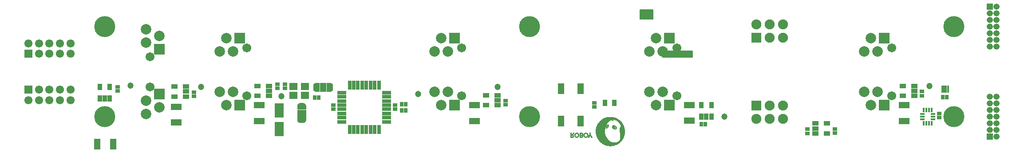
<source format=gbs>
G04 #@! TF.GenerationSoftware,KiCad,Pcbnew,(2018-01-21 revision 6b9866de8)-makepkg*
G04 #@! TF.CreationDate,2018-02-06T18:12:56+01:00*
G04 #@! TF.ProjectId,Arm_interface_panel,41726D5F696E746572666163655F7061,rev?*
G04 #@! TF.SameCoordinates,Original*
G04 #@! TF.FileFunction,Soldermask,Bot*
G04 #@! TF.FilePolarity,Negative*
%FSLAX46Y46*%
G04 Gerber Fmt 4.6, Leading zero omitted, Abs format (unit mm)*
G04 Created by KiCad (PCBNEW (2018-01-21 revision 6b9866de8)-makepkg) date 02/06/18 18:12:56*
%MOMM*%
%LPD*%
G01*
G04 APERTURE LIST*
%ADD10C,0.150000*%
%ADD11C,0.010000*%
%ADD12C,4.003200*%
%ADD13R,0.753200X1.803200*%
%ADD14R,1.803200X0.753200*%
%ADD15C,1.703300*%
%ADD16C,2.003200*%
%ADD17R,2.003200X2.003200*%
%ADD18O,1.903200X1.903200*%
%ADD19R,1.903200X1.903200*%
%ADD20R,0.778200X0.853200*%
%ADD21R,1.603200X1.403200*%
%ADD22R,1.553200X1.553200*%
%ADD23C,1.553200*%
%ADD24R,0.853200X0.778200*%
%ADD25C,1.203200*%
%ADD26O,1.203200X1.203200*%
%ADD27R,1.203200X1.203200*%
%ADD28R,0.873200X1.203200*%
%ADD29R,1.273200X2.003200*%
%ADD30R,1.263200X0.853200*%
%ADD31R,1.803200X2.803200*%
%ADD32R,0.453200X0.878200*%
%ADD33R,0.878200X0.453200*%
%ADD34R,2.003200X1.273200*%
%ADD35R,0.703200X1.703200*%
%ADD36C,0.100000*%
%ADD37R,1.203200X1.703200*%
%ADD38R,1.703200X0.703200*%
%ADD39R,1.703200X1.203200*%
%ADD40R,1.303200X2.003200*%
%ADD41R,0.853200X1.263200*%
%ADD42R,0.403200X0.733200*%
G04 APERTURE END LIST*
D10*
G36*
X172750000Y-85050000D02*
X175150000Y-85050000D01*
X175150000Y-86850000D01*
X172750000Y-86850000D01*
X172750000Y-85050000D01*
G37*
X172750000Y-85050000D02*
X175150000Y-85050000D01*
X175150000Y-86850000D01*
X172750000Y-86850000D01*
X172750000Y-85050000D01*
G36*
X177057300Y-92902800D02*
X177057300Y-94102800D01*
X182707300Y-94102800D01*
X182707300Y-92902800D01*
X177057300Y-92902800D01*
G37*
X177057300Y-92902800D02*
X177057300Y-94102800D01*
X182707300Y-94102800D01*
X182707300Y-92902800D01*
X177057300Y-92902800D01*
D11*
G36*
X160630464Y-109412563D02*
X160653725Y-109411185D01*
X160674737Y-109408500D01*
X160688626Y-109405954D01*
X160752383Y-109388232D01*
X160811523Y-109361922D01*
X160865205Y-109327475D01*
X160911520Y-109286449D01*
X160951121Y-109238391D01*
X160982950Y-109184987D01*
X161007011Y-109127400D01*
X161023308Y-109066793D01*
X161031845Y-109004330D01*
X161032628Y-108941174D01*
X161025661Y-108878489D01*
X161010949Y-108817438D01*
X160988495Y-108759185D01*
X160958306Y-108704894D01*
X160920385Y-108655727D01*
X160908980Y-108643643D01*
X160859844Y-108600790D01*
X160805582Y-108566692D01*
X160746438Y-108541479D01*
X160689158Y-108526477D01*
X160664182Y-108523100D01*
X160632717Y-108520918D01*
X160597634Y-108519924D01*
X160561800Y-108520115D01*
X160528085Y-108521485D01*
X160499356Y-108524030D01*
X160482260Y-108526826D01*
X160418316Y-108545468D01*
X160360699Y-108571844D01*
X160308790Y-108606271D01*
X160280832Y-108630261D01*
X160236314Y-108678128D01*
X160200719Y-108730044D01*
X160173861Y-108786468D01*
X160155551Y-108847858D01*
X160145603Y-108914673D01*
X160143540Y-108965676D01*
X160315136Y-108965676D01*
X160316173Y-108928601D01*
X160319199Y-108894627D01*
X160323827Y-108868565D01*
X160341023Y-108817373D01*
X160365704Y-108772220D01*
X160397281Y-108733740D01*
X160435167Y-108702567D01*
X160478772Y-108679337D01*
X160508631Y-108669144D01*
X160531172Y-108665015D01*
X160560054Y-108662649D01*
X160591882Y-108662034D01*
X160623259Y-108663161D01*
X160650787Y-108666019D01*
X160668027Y-108669625D01*
X160714962Y-108688365D01*
X160756481Y-108715047D01*
X160791577Y-108748817D01*
X160819242Y-108788818D01*
X160827368Y-108804971D01*
X160839325Y-108833082D01*
X160847838Y-108858593D01*
X160853435Y-108884314D01*
X160856642Y-108913056D01*
X160857987Y-108947629D01*
X160858126Y-108968860D01*
X160857838Y-108999932D01*
X160856830Y-109023573D01*
X160854808Y-109042504D01*
X160851474Y-109059445D01*
X160846532Y-109077117D01*
X160846234Y-109078080D01*
X160826006Y-109129814D01*
X160799880Y-109173376D01*
X160767568Y-109209063D01*
X160728785Y-109237173D01*
X160683243Y-109258003D01*
X160668027Y-109262934D01*
X160644652Y-109267581D01*
X160614841Y-109270248D01*
X160582126Y-109270917D01*
X160550040Y-109269570D01*
X160522116Y-109266188D01*
X160510865Y-109263740D01*
X160462975Y-109246140D01*
X160421306Y-109220534D01*
X160385942Y-109187009D01*
X160356965Y-109145656D01*
X160334458Y-109096562D01*
X160323938Y-109062840D01*
X160319020Y-109036062D01*
X160316086Y-109002585D01*
X160315136Y-108965676D01*
X160143540Y-108965676D01*
X160143513Y-108966320D01*
X160147521Y-109037117D01*
X160159691Y-109102116D01*
X160180245Y-109161853D01*
X160209401Y-109216867D01*
X160247380Y-109267695D01*
X160281552Y-109303171D01*
X160306794Y-109325423D01*
X160331097Y-109343070D01*
X160358799Y-109359098D01*
X160374223Y-109366917D01*
X160405806Y-109381810D01*
X160433095Y-109392865D01*
X160458814Y-109400719D01*
X160485690Y-109406009D01*
X160516448Y-109409372D01*
X160553813Y-109411446D01*
X160566706Y-109411912D01*
X160602332Y-109412763D01*
X160630464Y-109412563D01*
X160630464Y-109412563D01*
G37*
X160630464Y-109412563D02*
X160653725Y-109411185D01*
X160674737Y-109408500D01*
X160688626Y-109405954D01*
X160752383Y-109388232D01*
X160811523Y-109361922D01*
X160865205Y-109327475D01*
X160911520Y-109286449D01*
X160951121Y-109238391D01*
X160982950Y-109184987D01*
X161007011Y-109127400D01*
X161023308Y-109066793D01*
X161031845Y-109004330D01*
X161032628Y-108941174D01*
X161025661Y-108878489D01*
X161010949Y-108817438D01*
X160988495Y-108759185D01*
X160958306Y-108704894D01*
X160920385Y-108655727D01*
X160908980Y-108643643D01*
X160859844Y-108600790D01*
X160805582Y-108566692D01*
X160746438Y-108541479D01*
X160689158Y-108526477D01*
X160664182Y-108523100D01*
X160632717Y-108520918D01*
X160597634Y-108519924D01*
X160561800Y-108520115D01*
X160528085Y-108521485D01*
X160499356Y-108524030D01*
X160482260Y-108526826D01*
X160418316Y-108545468D01*
X160360699Y-108571844D01*
X160308790Y-108606271D01*
X160280832Y-108630261D01*
X160236314Y-108678128D01*
X160200719Y-108730044D01*
X160173861Y-108786468D01*
X160155551Y-108847858D01*
X160145603Y-108914673D01*
X160143540Y-108965676D01*
X160315136Y-108965676D01*
X160316173Y-108928601D01*
X160319199Y-108894627D01*
X160323827Y-108868565D01*
X160341023Y-108817373D01*
X160365704Y-108772220D01*
X160397281Y-108733740D01*
X160435167Y-108702567D01*
X160478772Y-108679337D01*
X160508631Y-108669144D01*
X160531172Y-108665015D01*
X160560054Y-108662649D01*
X160591882Y-108662034D01*
X160623259Y-108663161D01*
X160650787Y-108666019D01*
X160668027Y-108669625D01*
X160714962Y-108688365D01*
X160756481Y-108715047D01*
X160791577Y-108748817D01*
X160819242Y-108788818D01*
X160827368Y-108804971D01*
X160839325Y-108833082D01*
X160847838Y-108858593D01*
X160853435Y-108884314D01*
X160856642Y-108913056D01*
X160857987Y-108947629D01*
X160858126Y-108968860D01*
X160857838Y-108999932D01*
X160856830Y-109023573D01*
X160854808Y-109042504D01*
X160851474Y-109059445D01*
X160846532Y-109077117D01*
X160846234Y-109078080D01*
X160826006Y-109129814D01*
X160799880Y-109173376D01*
X160767568Y-109209063D01*
X160728785Y-109237173D01*
X160683243Y-109258003D01*
X160668027Y-109262934D01*
X160644652Y-109267581D01*
X160614841Y-109270248D01*
X160582126Y-109270917D01*
X160550040Y-109269570D01*
X160522116Y-109266188D01*
X160510865Y-109263740D01*
X160462975Y-109246140D01*
X160421306Y-109220534D01*
X160385942Y-109187009D01*
X160356965Y-109145656D01*
X160334458Y-109096562D01*
X160323938Y-109062840D01*
X160319020Y-109036062D01*
X160316086Y-109002585D01*
X160315136Y-108965676D01*
X160143540Y-108965676D01*
X160143513Y-108966320D01*
X160147521Y-109037117D01*
X160159691Y-109102116D01*
X160180245Y-109161853D01*
X160209401Y-109216867D01*
X160247380Y-109267695D01*
X160281552Y-109303171D01*
X160306794Y-109325423D01*
X160331097Y-109343070D01*
X160358799Y-109359098D01*
X160374223Y-109366917D01*
X160405806Y-109381810D01*
X160433095Y-109392865D01*
X160458814Y-109400719D01*
X160485690Y-109406009D01*
X160516448Y-109409372D01*
X160553813Y-109411446D01*
X160566706Y-109411912D01*
X160602332Y-109412763D01*
X160630464Y-109412563D01*
G36*
X162383064Y-109412563D02*
X162406325Y-109411185D01*
X162427337Y-109408500D01*
X162441226Y-109405954D01*
X162504983Y-109388232D01*
X162564123Y-109361922D01*
X162617805Y-109327475D01*
X162664120Y-109286449D01*
X162703721Y-109238391D01*
X162735550Y-109184987D01*
X162759611Y-109127400D01*
X162775908Y-109066793D01*
X162784445Y-109004330D01*
X162785228Y-108941174D01*
X162778261Y-108878489D01*
X162763549Y-108817438D01*
X162741095Y-108759185D01*
X162710906Y-108704894D01*
X162672985Y-108655727D01*
X162661580Y-108643643D01*
X162612444Y-108600790D01*
X162558182Y-108566692D01*
X162499038Y-108541479D01*
X162441758Y-108526477D01*
X162416782Y-108523100D01*
X162385317Y-108520918D01*
X162350234Y-108519924D01*
X162314400Y-108520115D01*
X162280685Y-108521485D01*
X162251956Y-108524030D01*
X162234860Y-108526826D01*
X162170916Y-108545468D01*
X162113299Y-108571844D01*
X162061390Y-108606271D01*
X162033432Y-108630261D01*
X161988914Y-108678128D01*
X161953319Y-108730044D01*
X161926461Y-108786468D01*
X161908151Y-108847858D01*
X161898203Y-108914673D01*
X161896140Y-108965676D01*
X162067736Y-108965676D01*
X162068773Y-108928601D01*
X162071799Y-108894627D01*
X162076427Y-108868565D01*
X162093623Y-108817373D01*
X162118304Y-108772220D01*
X162149881Y-108733740D01*
X162187767Y-108702567D01*
X162231372Y-108679337D01*
X162261231Y-108669144D01*
X162283772Y-108665015D01*
X162312654Y-108662649D01*
X162344482Y-108662034D01*
X162375859Y-108663161D01*
X162403387Y-108666019D01*
X162420627Y-108669625D01*
X162467562Y-108688365D01*
X162509081Y-108715047D01*
X162544177Y-108748817D01*
X162571842Y-108788818D01*
X162579968Y-108804971D01*
X162591925Y-108833082D01*
X162600438Y-108858593D01*
X162606035Y-108884314D01*
X162609242Y-108913056D01*
X162610587Y-108947629D01*
X162610726Y-108968860D01*
X162610438Y-108999932D01*
X162609430Y-109023573D01*
X162607408Y-109042504D01*
X162604074Y-109059445D01*
X162599132Y-109077117D01*
X162598834Y-109078080D01*
X162578606Y-109129814D01*
X162552480Y-109173376D01*
X162520168Y-109209063D01*
X162481385Y-109237173D01*
X162435843Y-109258003D01*
X162420627Y-109262934D01*
X162397252Y-109267581D01*
X162367441Y-109270248D01*
X162334726Y-109270917D01*
X162302640Y-109269570D01*
X162274716Y-109266188D01*
X162263465Y-109263740D01*
X162215575Y-109246140D01*
X162173906Y-109220534D01*
X162138542Y-109187009D01*
X162109565Y-109145656D01*
X162087058Y-109096562D01*
X162076538Y-109062840D01*
X162071620Y-109036062D01*
X162068686Y-109002585D01*
X162067736Y-108965676D01*
X161896140Y-108965676D01*
X161896113Y-108966320D01*
X161900121Y-109037117D01*
X161912291Y-109102116D01*
X161932845Y-109161853D01*
X161962001Y-109216867D01*
X161999980Y-109267695D01*
X162034152Y-109303171D01*
X162059394Y-109325423D01*
X162083697Y-109343070D01*
X162111399Y-109359098D01*
X162126823Y-109366917D01*
X162158406Y-109381810D01*
X162185695Y-109392865D01*
X162211414Y-109400719D01*
X162238290Y-109406009D01*
X162269048Y-109409372D01*
X162306413Y-109411446D01*
X162319306Y-109411912D01*
X162354932Y-109412763D01*
X162383064Y-109412563D01*
X162383064Y-109412563D01*
G37*
X162383064Y-109412563D02*
X162406325Y-109411185D01*
X162427337Y-109408500D01*
X162441226Y-109405954D01*
X162504983Y-109388232D01*
X162564123Y-109361922D01*
X162617805Y-109327475D01*
X162664120Y-109286449D01*
X162703721Y-109238391D01*
X162735550Y-109184987D01*
X162759611Y-109127400D01*
X162775908Y-109066793D01*
X162784445Y-109004330D01*
X162785228Y-108941174D01*
X162778261Y-108878489D01*
X162763549Y-108817438D01*
X162741095Y-108759185D01*
X162710906Y-108704894D01*
X162672985Y-108655727D01*
X162661580Y-108643643D01*
X162612444Y-108600790D01*
X162558182Y-108566692D01*
X162499038Y-108541479D01*
X162441758Y-108526477D01*
X162416782Y-108523100D01*
X162385317Y-108520918D01*
X162350234Y-108519924D01*
X162314400Y-108520115D01*
X162280685Y-108521485D01*
X162251956Y-108524030D01*
X162234860Y-108526826D01*
X162170916Y-108545468D01*
X162113299Y-108571844D01*
X162061390Y-108606271D01*
X162033432Y-108630261D01*
X161988914Y-108678128D01*
X161953319Y-108730044D01*
X161926461Y-108786468D01*
X161908151Y-108847858D01*
X161898203Y-108914673D01*
X161896140Y-108965676D01*
X162067736Y-108965676D01*
X162068773Y-108928601D01*
X162071799Y-108894627D01*
X162076427Y-108868565D01*
X162093623Y-108817373D01*
X162118304Y-108772220D01*
X162149881Y-108733740D01*
X162187767Y-108702567D01*
X162231372Y-108679337D01*
X162261231Y-108669144D01*
X162283772Y-108665015D01*
X162312654Y-108662649D01*
X162344482Y-108662034D01*
X162375859Y-108663161D01*
X162403387Y-108666019D01*
X162420627Y-108669625D01*
X162467562Y-108688365D01*
X162509081Y-108715047D01*
X162544177Y-108748817D01*
X162571842Y-108788818D01*
X162579968Y-108804971D01*
X162591925Y-108833082D01*
X162600438Y-108858593D01*
X162606035Y-108884314D01*
X162609242Y-108913056D01*
X162610587Y-108947629D01*
X162610726Y-108968860D01*
X162610438Y-108999932D01*
X162609430Y-109023573D01*
X162607408Y-109042504D01*
X162604074Y-109059445D01*
X162599132Y-109077117D01*
X162598834Y-109078080D01*
X162578606Y-109129814D01*
X162552480Y-109173376D01*
X162520168Y-109209063D01*
X162481385Y-109237173D01*
X162435843Y-109258003D01*
X162420627Y-109262934D01*
X162397252Y-109267581D01*
X162367441Y-109270248D01*
X162334726Y-109270917D01*
X162302640Y-109269570D01*
X162274716Y-109266188D01*
X162263465Y-109263740D01*
X162215575Y-109246140D01*
X162173906Y-109220534D01*
X162138542Y-109187009D01*
X162109565Y-109145656D01*
X162087058Y-109096562D01*
X162076538Y-109062840D01*
X162071620Y-109036062D01*
X162068686Y-109002585D01*
X162067736Y-108965676D01*
X161896140Y-108965676D01*
X161896113Y-108966320D01*
X161900121Y-109037117D01*
X161912291Y-109102116D01*
X161932845Y-109161853D01*
X161962001Y-109216867D01*
X161999980Y-109267695D01*
X162034152Y-109303171D01*
X162059394Y-109325423D01*
X162083697Y-109343070D01*
X162111399Y-109359098D01*
X162126823Y-109366917D01*
X162158406Y-109381810D01*
X162185695Y-109392865D01*
X162211414Y-109400719D01*
X162238290Y-109406009D01*
X162269048Y-109409372D01*
X162306413Y-109411446D01*
X162319306Y-109411912D01*
X162354932Y-109412763D01*
X162383064Y-109412563D01*
G36*
X159625010Y-109401857D02*
X159677775Y-109401239D01*
X159721596Y-109400540D01*
X159757687Y-109399605D01*
X159787263Y-109398278D01*
X159811539Y-109396400D01*
X159831730Y-109393817D01*
X159849050Y-109390371D01*
X159864716Y-109385906D01*
X159879941Y-109380266D01*
X159895941Y-109373294D01*
X159913930Y-109364834D01*
X159914471Y-109364575D01*
X159955157Y-109339873D01*
X159988389Y-109308376D01*
X160013858Y-109270513D01*
X160031251Y-109226716D01*
X160038412Y-109193051D01*
X160041333Y-109140623D01*
X160034847Y-109090612D01*
X160019460Y-109043943D01*
X159995676Y-109001544D01*
X159964001Y-108964341D01*
X159924941Y-108933258D01*
X159884897Y-108911721D01*
X159856494Y-108899314D01*
X159878084Y-108878207D01*
X159884224Y-108870906D01*
X159895045Y-108856663D01*
X159909792Y-108836561D01*
X159927715Y-108811680D01*
X159948058Y-108783103D01*
X159970070Y-108751913D01*
X159992998Y-108719190D01*
X160016089Y-108686016D01*
X160038589Y-108653475D01*
X160059746Y-108622647D01*
X160078807Y-108594614D01*
X160095018Y-108570459D01*
X160107628Y-108551264D01*
X160115883Y-108538110D01*
X160119030Y-108532079D01*
X160119040Y-108531970D01*
X160114289Y-108530554D01*
X160101325Y-108529624D01*
X160082082Y-108529142D01*
X160058495Y-108529073D01*
X160032497Y-108529380D01*
X160006021Y-108530026D01*
X159981003Y-108530976D01*
X159959375Y-108532193D01*
X159943072Y-108533640D01*
X159934028Y-108535282D01*
X159933590Y-108535458D01*
X159926686Y-108541596D01*
X159914800Y-108556014D01*
X159897891Y-108578772D01*
X159875919Y-108609928D01*
X159848842Y-108649542D01*
X159816619Y-108697672D01*
X159779211Y-108754377D01*
X159739466Y-108815267D01*
X159727320Y-108832657D01*
X159715543Y-108847352D01*
X159706369Y-108856598D01*
X159705155Y-108857479D01*
X159692920Y-108862085D01*
X159672516Y-108865844D01*
X159647030Y-108868314D01*
X159600880Y-108871304D01*
X159600880Y-108529440D01*
X159433240Y-108529440D01*
X159433240Y-108985555D01*
X159600880Y-108985555D01*
X159678350Y-108987758D01*
X159710242Y-108988879D01*
X159734204Y-108990352D01*
X159752466Y-108992466D01*
X159767257Y-108995509D01*
X159780809Y-108999771D01*
X159785826Y-109001664D01*
X159819667Y-109019617D01*
X159845596Y-109043909D01*
X159863500Y-109074364D01*
X159873265Y-109110809D01*
X159875200Y-109139035D01*
X159870620Y-109175591D01*
X159857394Y-109207482D01*
X159836293Y-109233750D01*
X159808088Y-109253434D01*
X159773551Y-109265576D01*
X159773472Y-109265593D01*
X159758859Y-109267854D01*
X159736815Y-109270187D01*
X159710063Y-109272352D01*
X159681328Y-109274104D01*
X159674329Y-109274441D01*
X159600880Y-109277778D01*
X159600880Y-108985555D01*
X159433240Y-108985555D01*
X159433240Y-109403955D01*
X159625010Y-109401857D01*
X159625010Y-109401857D01*
G37*
X159625010Y-109401857D02*
X159677775Y-109401239D01*
X159721596Y-109400540D01*
X159757687Y-109399605D01*
X159787263Y-109398278D01*
X159811539Y-109396400D01*
X159831730Y-109393817D01*
X159849050Y-109390371D01*
X159864716Y-109385906D01*
X159879941Y-109380266D01*
X159895941Y-109373294D01*
X159913930Y-109364834D01*
X159914471Y-109364575D01*
X159955157Y-109339873D01*
X159988389Y-109308376D01*
X160013858Y-109270513D01*
X160031251Y-109226716D01*
X160038412Y-109193051D01*
X160041333Y-109140623D01*
X160034847Y-109090612D01*
X160019460Y-109043943D01*
X159995676Y-109001544D01*
X159964001Y-108964341D01*
X159924941Y-108933258D01*
X159884897Y-108911721D01*
X159856494Y-108899314D01*
X159878084Y-108878207D01*
X159884224Y-108870906D01*
X159895045Y-108856663D01*
X159909792Y-108836561D01*
X159927715Y-108811680D01*
X159948058Y-108783103D01*
X159970070Y-108751913D01*
X159992998Y-108719190D01*
X160016089Y-108686016D01*
X160038589Y-108653475D01*
X160059746Y-108622647D01*
X160078807Y-108594614D01*
X160095018Y-108570459D01*
X160107628Y-108551264D01*
X160115883Y-108538110D01*
X160119030Y-108532079D01*
X160119040Y-108531970D01*
X160114289Y-108530554D01*
X160101325Y-108529624D01*
X160082082Y-108529142D01*
X160058495Y-108529073D01*
X160032497Y-108529380D01*
X160006021Y-108530026D01*
X159981003Y-108530976D01*
X159959375Y-108532193D01*
X159943072Y-108533640D01*
X159934028Y-108535282D01*
X159933590Y-108535458D01*
X159926686Y-108541596D01*
X159914800Y-108556014D01*
X159897891Y-108578772D01*
X159875919Y-108609928D01*
X159848842Y-108649542D01*
X159816619Y-108697672D01*
X159779211Y-108754377D01*
X159739466Y-108815267D01*
X159727320Y-108832657D01*
X159715543Y-108847352D01*
X159706369Y-108856598D01*
X159705155Y-108857479D01*
X159692920Y-108862085D01*
X159672516Y-108865844D01*
X159647030Y-108868314D01*
X159600880Y-108871304D01*
X159600880Y-108529440D01*
X159433240Y-108529440D01*
X159433240Y-108985555D01*
X159600880Y-108985555D01*
X159678350Y-108987758D01*
X159710242Y-108988879D01*
X159734204Y-108990352D01*
X159752466Y-108992466D01*
X159767257Y-108995509D01*
X159780809Y-108999771D01*
X159785826Y-109001664D01*
X159819667Y-109019617D01*
X159845596Y-109043909D01*
X159863500Y-109074364D01*
X159873265Y-109110809D01*
X159875200Y-109139035D01*
X159870620Y-109175591D01*
X159857394Y-109207482D01*
X159836293Y-109233750D01*
X159808088Y-109253434D01*
X159773551Y-109265576D01*
X159773472Y-109265593D01*
X159758859Y-109267854D01*
X159736815Y-109270187D01*
X159710063Y-109272352D01*
X159681328Y-109274104D01*
X159674329Y-109274441D01*
X159600880Y-109277778D01*
X159600880Y-108985555D01*
X159433240Y-108985555D01*
X159433240Y-109403955D01*
X159625010Y-109401857D01*
G36*
X161364910Y-109401961D02*
X161416831Y-109401481D01*
X161459682Y-109401005D01*
X161494554Y-109400475D01*
X161522535Y-109399832D01*
X161544716Y-109399017D01*
X161562187Y-109397971D01*
X161576037Y-109396636D01*
X161587357Y-109394952D01*
X161597237Y-109392861D01*
X161606766Y-109390304D01*
X161612543Y-109388589D01*
X161661002Y-109370059D01*
X161701664Y-109346278D01*
X161734075Y-109317595D01*
X161757776Y-109284355D01*
X161762593Y-109274709D01*
X161775381Y-109237069D01*
X161781614Y-109196201D01*
X161781315Y-109154865D01*
X161774505Y-109115822D01*
X161761206Y-109081832D01*
X161761071Y-109081583D01*
X161742348Y-109055041D01*
X161716593Y-109029440D01*
X161686778Y-109007468D01*
X161667088Y-108996623D01*
X161651574Y-108989066D01*
X161644222Y-108984549D01*
X161643967Y-108981857D01*
X161649746Y-108979777D01*
X161651848Y-108979250D01*
X161679196Y-108969781D01*
X161708473Y-108955172D01*
X161735970Y-108937586D01*
X161757975Y-108919181D01*
X161761619Y-108915337D01*
X161781909Y-108888731D01*
X161795432Y-108860534D01*
X161803041Y-108828245D01*
X161805589Y-108789364D01*
X161805600Y-108786243D01*
X161801482Y-108734504D01*
X161789055Y-108688427D01*
X161768203Y-108647858D01*
X161738811Y-108612647D01*
X161700767Y-108582640D01*
X161653955Y-108557688D01*
X161624701Y-108546160D01*
X161584620Y-108531993D01*
X161155360Y-108528839D01*
X161155360Y-108910440D01*
X161323000Y-108910440D01*
X161323000Y-108654922D01*
X161425870Y-108657828D01*
X161465108Y-108659150D01*
X161495743Y-108660723D01*
X161519331Y-108662688D01*
X161537427Y-108665192D01*
X161551588Y-108668375D01*
X161556490Y-108669868D01*
X161584643Y-108683343D01*
X161605541Y-108699471D01*
X161624775Y-108724176D01*
X161636750Y-108752938D01*
X161641555Y-108783727D01*
X161639277Y-108814509D01*
X161630002Y-108843252D01*
X161613819Y-108867925D01*
X161597693Y-108882197D01*
X161582135Y-108891416D01*
X161564487Y-108898512D01*
X161543283Y-108903718D01*
X161517056Y-108907268D01*
X161484339Y-108909397D01*
X161443665Y-108910340D01*
X161420992Y-108910440D01*
X161323000Y-108910440D01*
X161155360Y-108910440D01*
X161155360Y-109025682D01*
X161323000Y-109025682D01*
X161413170Y-109028844D01*
X161451489Y-109030620D01*
X161484140Y-109033007D01*
X161509680Y-109035872D01*
X161526665Y-109039082D01*
X161527963Y-109039454D01*
X161561808Y-109053307D01*
X161586908Y-109072054D01*
X161603730Y-109096300D01*
X161612740Y-109126653D01*
X161614650Y-109152150D01*
X161613782Y-109175490D01*
X161610272Y-109193505D01*
X161603149Y-109210894D01*
X161602032Y-109213110D01*
X161590552Y-109230603D01*
X161575157Y-109244804D01*
X161554898Y-109255982D01*
X161528829Y-109264405D01*
X161496003Y-109270342D01*
X161455472Y-109274062D01*
X161406289Y-109275834D01*
X161380150Y-109276069D01*
X161323000Y-109276200D01*
X161323000Y-109025682D01*
X161155360Y-109025682D01*
X161155360Y-109403814D01*
X161364910Y-109401961D01*
X161364910Y-109401961D01*
G37*
X161364910Y-109401961D02*
X161416831Y-109401481D01*
X161459682Y-109401005D01*
X161494554Y-109400475D01*
X161522535Y-109399832D01*
X161544716Y-109399017D01*
X161562187Y-109397971D01*
X161576037Y-109396636D01*
X161587357Y-109394952D01*
X161597237Y-109392861D01*
X161606766Y-109390304D01*
X161612543Y-109388589D01*
X161661002Y-109370059D01*
X161701664Y-109346278D01*
X161734075Y-109317595D01*
X161757776Y-109284355D01*
X161762593Y-109274709D01*
X161775381Y-109237069D01*
X161781614Y-109196201D01*
X161781315Y-109154865D01*
X161774505Y-109115822D01*
X161761206Y-109081832D01*
X161761071Y-109081583D01*
X161742348Y-109055041D01*
X161716593Y-109029440D01*
X161686778Y-109007468D01*
X161667088Y-108996623D01*
X161651574Y-108989066D01*
X161644222Y-108984549D01*
X161643967Y-108981857D01*
X161649746Y-108979777D01*
X161651848Y-108979250D01*
X161679196Y-108969781D01*
X161708473Y-108955172D01*
X161735970Y-108937586D01*
X161757975Y-108919181D01*
X161761619Y-108915337D01*
X161781909Y-108888731D01*
X161795432Y-108860534D01*
X161803041Y-108828245D01*
X161805589Y-108789364D01*
X161805600Y-108786243D01*
X161801482Y-108734504D01*
X161789055Y-108688427D01*
X161768203Y-108647858D01*
X161738811Y-108612647D01*
X161700767Y-108582640D01*
X161653955Y-108557688D01*
X161624701Y-108546160D01*
X161584620Y-108531993D01*
X161155360Y-108528839D01*
X161155360Y-108910440D01*
X161323000Y-108910440D01*
X161323000Y-108654922D01*
X161425870Y-108657828D01*
X161465108Y-108659150D01*
X161495743Y-108660723D01*
X161519331Y-108662688D01*
X161537427Y-108665192D01*
X161551588Y-108668375D01*
X161556490Y-108669868D01*
X161584643Y-108683343D01*
X161605541Y-108699471D01*
X161624775Y-108724176D01*
X161636750Y-108752938D01*
X161641555Y-108783727D01*
X161639277Y-108814509D01*
X161630002Y-108843252D01*
X161613819Y-108867925D01*
X161597693Y-108882197D01*
X161582135Y-108891416D01*
X161564487Y-108898512D01*
X161543283Y-108903718D01*
X161517056Y-108907268D01*
X161484339Y-108909397D01*
X161443665Y-108910340D01*
X161420992Y-108910440D01*
X161323000Y-108910440D01*
X161155360Y-108910440D01*
X161155360Y-109025682D01*
X161323000Y-109025682D01*
X161413170Y-109028844D01*
X161451489Y-109030620D01*
X161484140Y-109033007D01*
X161509680Y-109035872D01*
X161526665Y-109039082D01*
X161527963Y-109039454D01*
X161561808Y-109053307D01*
X161586908Y-109072054D01*
X161603730Y-109096300D01*
X161612740Y-109126653D01*
X161614650Y-109152150D01*
X161613782Y-109175490D01*
X161610272Y-109193505D01*
X161603149Y-109210894D01*
X161602032Y-109213110D01*
X161590552Y-109230603D01*
X161575157Y-109244804D01*
X161554898Y-109255982D01*
X161528829Y-109264405D01*
X161496003Y-109270342D01*
X161455472Y-109274062D01*
X161406289Y-109275834D01*
X161380150Y-109276069D01*
X161323000Y-109276200D01*
X161323000Y-109025682D01*
X161155360Y-109025682D01*
X161155360Y-109403814D01*
X161364910Y-109401961D01*
G36*
X162950155Y-109388988D02*
X162955398Y-109381573D01*
X162964708Y-109366373D01*
X162977427Y-109344596D01*
X162992896Y-109317451D01*
X163010454Y-109286147D01*
X163029444Y-109251890D01*
X163049204Y-109215891D01*
X163069078Y-109179356D01*
X163088404Y-109143495D01*
X163106524Y-109109516D01*
X163122779Y-109078628D01*
X163136508Y-109052037D01*
X163147054Y-109030954D01*
X163153757Y-109016586D01*
X163155037Y-109013462D01*
X163160620Y-109000528D01*
X163165223Y-108992743D01*
X163166599Y-108991720D01*
X163170101Y-108996013D01*
X163176179Y-109007279D01*
X163183532Y-109023101D01*
X163183694Y-109023470D01*
X163191609Y-109040507D01*
X163203101Y-109063697D01*
X163217531Y-109091867D01*
X163234255Y-109123842D01*
X163252632Y-109158449D01*
X163272021Y-109194513D01*
X163291780Y-109230860D01*
X163311269Y-109266315D01*
X163329844Y-109299705D01*
X163346865Y-109329855D01*
X163361691Y-109355591D01*
X163373679Y-109375739D01*
X163382188Y-109389124D01*
X163386368Y-109394439D01*
X163391921Y-109397794D01*
X163399264Y-109400148D01*
X163410032Y-109401629D01*
X163425862Y-109402367D01*
X163448390Y-109402489D01*
X163479253Y-109402124D01*
X163483310Y-109402059D01*
X163568214Y-109400660D01*
X163408267Y-109129311D01*
X163248320Y-108857961D01*
X163248320Y-108529440D01*
X163080680Y-108529440D01*
X163080680Y-108864902D01*
X162923200Y-109131258D01*
X162895170Y-109178711D01*
X162868736Y-109223549D01*
X162844342Y-109265012D01*
X162822433Y-109302341D01*
X162803454Y-109334774D01*
X162787850Y-109361553D01*
X162776064Y-109381917D01*
X162768542Y-109395106D01*
X162765729Y-109400360D01*
X162765720Y-109400407D01*
X162770523Y-109401328D01*
X162783827Y-109402122D01*
X162803975Y-109402733D01*
X162829306Y-109403107D01*
X162851129Y-109403200D01*
X162936539Y-109403200D01*
X162950155Y-109388988D01*
X162950155Y-109388988D01*
G37*
X162950155Y-109388988D02*
X162955398Y-109381573D01*
X162964708Y-109366373D01*
X162977427Y-109344596D01*
X162992896Y-109317451D01*
X163010454Y-109286147D01*
X163029444Y-109251890D01*
X163049204Y-109215891D01*
X163069078Y-109179356D01*
X163088404Y-109143495D01*
X163106524Y-109109516D01*
X163122779Y-109078628D01*
X163136508Y-109052037D01*
X163147054Y-109030954D01*
X163153757Y-109016586D01*
X163155037Y-109013462D01*
X163160620Y-109000528D01*
X163165223Y-108992743D01*
X163166599Y-108991720D01*
X163170101Y-108996013D01*
X163176179Y-109007279D01*
X163183532Y-109023101D01*
X163183694Y-109023470D01*
X163191609Y-109040507D01*
X163203101Y-109063697D01*
X163217531Y-109091867D01*
X163234255Y-109123842D01*
X163252632Y-109158449D01*
X163272021Y-109194513D01*
X163291780Y-109230860D01*
X163311269Y-109266315D01*
X163329844Y-109299705D01*
X163346865Y-109329855D01*
X163361691Y-109355591D01*
X163373679Y-109375739D01*
X163382188Y-109389124D01*
X163386368Y-109394439D01*
X163391921Y-109397794D01*
X163399264Y-109400148D01*
X163410032Y-109401629D01*
X163425862Y-109402367D01*
X163448390Y-109402489D01*
X163479253Y-109402124D01*
X163483310Y-109402059D01*
X163568214Y-109400660D01*
X163408267Y-109129311D01*
X163248320Y-108857961D01*
X163248320Y-108529440D01*
X163080680Y-108529440D01*
X163080680Y-108864902D01*
X162923200Y-109131258D01*
X162895170Y-109178711D01*
X162868736Y-109223549D01*
X162844342Y-109265012D01*
X162822433Y-109302341D01*
X162803454Y-109334774D01*
X162787850Y-109361553D01*
X162776064Y-109381917D01*
X162768542Y-109395106D01*
X162765729Y-109400360D01*
X162765720Y-109400407D01*
X162770523Y-109401328D01*
X162783827Y-109402122D01*
X162803975Y-109402733D01*
X162829306Y-109403107D01*
X162851129Y-109403200D01*
X162936539Y-109403200D01*
X162950155Y-109388988D01*
G36*
X167918423Y-107848223D02*
X167956263Y-107844934D01*
X167976759Y-107841103D01*
X168028390Y-107824126D01*
X168073060Y-107800346D01*
X168110646Y-107770473D01*
X168141024Y-107735219D01*
X168164071Y-107695297D01*
X168179661Y-107651417D01*
X168187672Y-107604292D01*
X168187980Y-107554634D01*
X168180461Y-107503154D01*
X168164990Y-107450564D01*
X168141445Y-107397576D01*
X168109701Y-107344901D01*
X168071669Y-107295602D01*
X168022024Y-107244494D01*
X167967034Y-107199745D01*
X167907863Y-107161858D01*
X167845678Y-107131334D01*
X167781645Y-107108675D01*
X167716929Y-107094383D01*
X167652695Y-107088959D01*
X167598218Y-107091831D01*
X167543393Y-107102893D01*
X167494297Y-107121964D01*
X167451371Y-107148852D01*
X167432887Y-107164667D01*
X167401140Y-107198564D01*
X167378000Y-107233038D01*
X167362118Y-107270680D01*
X167352141Y-107314084D01*
X167350986Y-107321855D01*
X167348426Y-107376245D01*
X167355286Y-107431309D01*
X167370934Y-107486248D01*
X167384275Y-107516525D01*
X167749164Y-107516525D01*
X167751545Y-107494888D01*
X167764506Y-107450696D01*
X167785689Y-107411343D01*
X167814198Y-107377878D01*
X167849137Y-107351347D01*
X167889610Y-107332796D01*
X167890453Y-107332519D01*
X167910411Y-107328540D01*
X167937461Y-107326848D01*
X167955684Y-107327024D01*
X167979938Y-107328429D01*
X167998324Y-107331366D01*
X168015122Y-107336824D01*
X168032690Y-107344845D01*
X168069679Y-107368212D01*
X168100282Y-107398052D01*
X168123754Y-107432952D01*
X168139349Y-107471496D01*
X168146322Y-107512272D01*
X168143925Y-107553866D01*
X168143670Y-107555278D01*
X168130966Y-107597176D01*
X168109644Y-107635562D01*
X168080985Y-107668785D01*
X168046270Y-107695194D01*
X168027445Y-107705142D01*
X167997518Y-107714650D01*
X167962396Y-107719214D01*
X167925790Y-107718775D01*
X167891413Y-107713276D01*
X167873531Y-107707574D01*
X167838383Y-107688514D01*
X167807691Y-107662056D01*
X167782440Y-107629913D01*
X167763613Y-107593801D01*
X167752193Y-107555433D01*
X167749164Y-107516525D01*
X167384275Y-107516525D01*
X167394736Y-107540264D01*
X167426061Y-107592559D01*
X167464274Y-107642334D01*
X167508745Y-107688793D01*
X167558840Y-107731136D01*
X167613926Y-107768566D01*
X167673370Y-107800284D01*
X167736541Y-107825493D01*
X167754886Y-107831299D01*
X167791263Y-107839762D01*
X167832757Y-107845497D01*
X167876199Y-107848364D01*
X167918423Y-107848223D01*
X167918423Y-107848223D01*
G37*
X167918423Y-107848223D02*
X167956263Y-107844934D01*
X167976759Y-107841103D01*
X168028390Y-107824126D01*
X168073060Y-107800346D01*
X168110646Y-107770473D01*
X168141024Y-107735219D01*
X168164071Y-107695297D01*
X168179661Y-107651417D01*
X168187672Y-107604292D01*
X168187980Y-107554634D01*
X168180461Y-107503154D01*
X168164990Y-107450564D01*
X168141445Y-107397576D01*
X168109701Y-107344901D01*
X168071669Y-107295602D01*
X168022024Y-107244494D01*
X167967034Y-107199745D01*
X167907863Y-107161858D01*
X167845678Y-107131334D01*
X167781645Y-107108675D01*
X167716929Y-107094383D01*
X167652695Y-107088959D01*
X167598218Y-107091831D01*
X167543393Y-107102893D01*
X167494297Y-107121964D01*
X167451371Y-107148852D01*
X167432887Y-107164667D01*
X167401140Y-107198564D01*
X167378000Y-107233038D01*
X167362118Y-107270680D01*
X167352141Y-107314084D01*
X167350986Y-107321855D01*
X167348426Y-107376245D01*
X167355286Y-107431309D01*
X167370934Y-107486248D01*
X167384275Y-107516525D01*
X167749164Y-107516525D01*
X167751545Y-107494888D01*
X167764506Y-107450696D01*
X167785689Y-107411343D01*
X167814198Y-107377878D01*
X167849137Y-107351347D01*
X167889610Y-107332796D01*
X167890453Y-107332519D01*
X167910411Y-107328540D01*
X167937461Y-107326848D01*
X167955684Y-107327024D01*
X167979938Y-107328429D01*
X167998324Y-107331366D01*
X168015122Y-107336824D01*
X168032690Y-107344845D01*
X168069679Y-107368212D01*
X168100282Y-107398052D01*
X168123754Y-107432952D01*
X168139349Y-107471496D01*
X168146322Y-107512272D01*
X168143925Y-107553866D01*
X168143670Y-107555278D01*
X168130966Y-107597176D01*
X168109644Y-107635562D01*
X168080985Y-107668785D01*
X168046270Y-107695194D01*
X168027445Y-107705142D01*
X167997518Y-107714650D01*
X167962396Y-107719214D01*
X167925790Y-107718775D01*
X167891413Y-107713276D01*
X167873531Y-107707574D01*
X167838383Y-107688514D01*
X167807691Y-107662056D01*
X167782440Y-107629913D01*
X167763613Y-107593801D01*
X167752193Y-107555433D01*
X167749164Y-107516525D01*
X167384275Y-107516525D01*
X167394736Y-107540264D01*
X167426061Y-107592559D01*
X167464274Y-107642334D01*
X167508745Y-107688793D01*
X167558840Y-107731136D01*
X167613926Y-107768566D01*
X167673370Y-107800284D01*
X167736541Y-107825493D01*
X167754886Y-107831299D01*
X167791263Y-107839762D01*
X167832757Y-107845497D01*
X167876199Y-107848364D01*
X167918423Y-107848223D01*
G36*
X166293665Y-107657600D02*
X166311199Y-107655185D01*
X166327879Y-107649924D01*
X166346678Y-107641596D01*
X166396544Y-107613190D01*
X166446028Y-107575974D01*
X166494186Y-107531287D01*
X166540077Y-107480464D01*
X166582757Y-107424842D01*
X166621285Y-107365756D01*
X166654717Y-107304544D01*
X166682112Y-107242541D01*
X166702526Y-107181083D01*
X166715018Y-107121508D01*
X166715381Y-107118871D01*
X166718149Y-107075804D01*
X166714456Y-107037743D01*
X166704593Y-107005573D01*
X166688853Y-106980178D01*
X166667525Y-106962444D01*
X166663187Y-106960168D01*
X166635219Y-106951682D01*
X166603409Y-106950419D01*
X166571189Y-106956512D01*
X166570740Y-106956654D01*
X166527203Y-106974943D01*
X166482270Y-107002158D01*
X166436881Y-107037335D01*
X166391976Y-107079513D01*
X166348495Y-107127728D01*
X166307378Y-107181018D01*
X166269565Y-107238421D01*
X166235996Y-107298974D01*
X166235540Y-107299881D01*
X166210181Y-107354155D01*
X166201711Y-107376426D01*
X166355284Y-107376426D01*
X166355543Y-107348685D01*
X166358121Y-107320689D01*
X166362567Y-107297298D01*
X166372407Y-107267135D01*
X166386999Y-107232844D01*
X166404535Y-107198056D01*
X166423208Y-107166404D01*
X166438382Y-107144978D01*
X166469895Y-107109194D01*
X166501152Y-107081105D01*
X166531506Y-107061000D01*
X166560309Y-107049166D01*
X166586913Y-107045891D01*
X166610670Y-107051462D01*
X166626133Y-107061534D01*
X166640767Y-107078001D01*
X166650019Y-107097997D01*
X166654606Y-107123687D01*
X166655402Y-107149684D01*
X166651584Y-107188915D01*
X166641587Y-107229233D01*
X166626265Y-107269549D01*
X166606466Y-107308772D01*
X166583042Y-107345812D01*
X166556844Y-107379579D01*
X166528723Y-107408982D01*
X166499529Y-107432931D01*
X166470113Y-107450336D01*
X166441326Y-107460106D01*
X166414019Y-107461151D01*
X166412521Y-107460925D01*
X166390226Y-107452390D01*
X166371870Y-107435571D01*
X166361805Y-107418314D01*
X166357365Y-107400705D01*
X166355284Y-107376426D01*
X166201711Y-107376426D01*
X166191505Y-107403258D01*
X166178956Y-107449150D01*
X166171980Y-107493791D01*
X166170024Y-107531180D01*
X166170147Y-107556266D01*
X166171356Y-107574220D01*
X166174108Y-107588050D01*
X166178861Y-107600765D01*
X166181443Y-107606249D01*
X166192212Y-107623579D01*
X166205671Y-107639267D01*
X166211471Y-107644349D01*
X166221774Y-107651392D01*
X166231873Y-107655548D01*
X166244939Y-107657557D01*
X166264145Y-107658162D01*
X166270641Y-107658180D01*
X166293665Y-107657600D01*
X166293665Y-107657600D01*
G37*
X166293665Y-107657600D02*
X166311199Y-107655185D01*
X166327879Y-107649924D01*
X166346678Y-107641596D01*
X166396544Y-107613190D01*
X166446028Y-107575974D01*
X166494186Y-107531287D01*
X166540077Y-107480464D01*
X166582757Y-107424842D01*
X166621285Y-107365756D01*
X166654717Y-107304544D01*
X166682112Y-107242541D01*
X166702526Y-107181083D01*
X166715018Y-107121508D01*
X166715381Y-107118871D01*
X166718149Y-107075804D01*
X166714456Y-107037743D01*
X166704593Y-107005573D01*
X166688853Y-106980178D01*
X166667525Y-106962444D01*
X166663187Y-106960168D01*
X166635219Y-106951682D01*
X166603409Y-106950419D01*
X166571189Y-106956512D01*
X166570740Y-106956654D01*
X166527203Y-106974943D01*
X166482270Y-107002158D01*
X166436881Y-107037335D01*
X166391976Y-107079513D01*
X166348495Y-107127728D01*
X166307378Y-107181018D01*
X166269565Y-107238421D01*
X166235996Y-107298974D01*
X166235540Y-107299881D01*
X166210181Y-107354155D01*
X166201711Y-107376426D01*
X166355284Y-107376426D01*
X166355543Y-107348685D01*
X166358121Y-107320689D01*
X166362567Y-107297298D01*
X166372407Y-107267135D01*
X166386999Y-107232844D01*
X166404535Y-107198056D01*
X166423208Y-107166404D01*
X166438382Y-107144978D01*
X166469895Y-107109194D01*
X166501152Y-107081105D01*
X166531506Y-107061000D01*
X166560309Y-107049166D01*
X166586913Y-107045891D01*
X166610670Y-107051462D01*
X166626133Y-107061534D01*
X166640767Y-107078001D01*
X166650019Y-107097997D01*
X166654606Y-107123687D01*
X166655402Y-107149684D01*
X166651584Y-107188915D01*
X166641587Y-107229233D01*
X166626265Y-107269549D01*
X166606466Y-107308772D01*
X166583042Y-107345812D01*
X166556844Y-107379579D01*
X166528723Y-107408982D01*
X166499529Y-107432931D01*
X166470113Y-107450336D01*
X166441326Y-107460106D01*
X166414019Y-107461151D01*
X166412521Y-107460925D01*
X166390226Y-107452390D01*
X166371870Y-107435571D01*
X166361805Y-107418314D01*
X166357365Y-107400705D01*
X166355284Y-107376426D01*
X166201711Y-107376426D01*
X166191505Y-107403258D01*
X166178956Y-107449150D01*
X166171980Y-107493791D01*
X166170024Y-107531180D01*
X166170147Y-107556266D01*
X166171356Y-107574220D01*
X166174108Y-107588050D01*
X166178861Y-107600765D01*
X166181443Y-107606249D01*
X166192212Y-107623579D01*
X166205671Y-107639267D01*
X166211471Y-107644349D01*
X166221774Y-107651392D01*
X166231873Y-107655548D01*
X166244939Y-107657557D01*
X166264145Y-107658162D01*
X166270641Y-107658180D01*
X166293665Y-107657600D01*
G36*
X167624692Y-106218170D02*
X167628884Y-106212762D01*
X167629842Y-106204566D01*
X167625424Y-106199146D01*
X167613375Y-106191290D01*
X167595655Y-106181907D01*
X167574225Y-106171910D01*
X167551046Y-106162209D01*
X167528078Y-106153716D01*
X167507282Y-106147341D01*
X167505917Y-106146987D01*
X167462856Y-106139514D01*
X167414361Y-106137140D01*
X167363785Y-106139862D01*
X167317500Y-106147035D01*
X167290200Y-106152814D01*
X167271309Y-106157027D01*
X167259286Y-106160160D01*
X167252588Y-106162698D01*
X167249673Y-106165124D01*
X167248999Y-106167924D01*
X167248997Y-106168567D01*
X167250026Y-106176273D01*
X167253898Y-106180916D01*
X167262140Y-106182631D01*
X167276276Y-106181551D01*
X167297832Y-106177810D01*
X167314960Y-106174343D01*
X167373922Y-106164891D01*
X167427388Y-106162559D01*
X167477312Y-106167558D01*
X167525646Y-106180099D01*
X167574342Y-106200391D01*
X167579221Y-106202812D01*
X167601207Y-106213242D01*
X167615915Y-106218346D01*
X167624692Y-106218170D01*
X167624692Y-106218170D01*
G37*
X167624692Y-106218170D02*
X167628884Y-106212762D01*
X167629842Y-106204566D01*
X167625424Y-106199146D01*
X167613375Y-106191290D01*
X167595655Y-106181907D01*
X167574225Y-106171910D01*
X167551046Y-106162209D01*
X167528078Y-106153716D01*
X167507282Y-106147341D01*
X167505917Y-106146987D01*
X167462856Y-106139514D01*
X167414361Y-106137140D01*
X167363785Y-106139862D01*
X167317500Y-106147035D01*
X167290200Y-106152814D01*
X167271309Y-106157027D01*
X167259286Y-106160160D01*
X167252588Y-106162698D01*
X167249673Y-106165124D01*
X167248999Y-106167924D01*
X167248997Y-106168567D01*
X167250026Y-106176273D01*
X167253898Y-106180916D01*
X167262140Y-106182631D01*
X167276276Y-106181551D01*
X167297832Y-106177810D01*
X167314960Y-106174343D01*
X167373922Y-106164891D01*
X167427388Y-106162559D01*
X167477312Y-106167558D01*
X167525646Y-106180099D01*
X167574342Y-106200391D01*
X167579221Y-106202812D01*
X167601207Y-106213242D01*
X167615915Y-106218346D01*
X167624692Y-106218170D01*
G36*
X167963667Y-107598898D02*
X167976744Y-107595507D01*
X167988048Y-107588378D01*
X167990392Y-107586455D01*
X168009692Y-107564618D01*
X168019619Y-107540141D01*
X168019926Y-107514232D01*
X168010441Y-107488235D01*
X167996012Y-107469141D01*
X167977537Y-107457675D01*
X167953024Y-107452790D01*
X167942228Y-107452440D01*
X167924829Y-107453053D01*
X167913155Y-107456066D01*
X167902794Y-107463242D01*
X167893903Y-107471741D01*
X167877278Y-107494631D01*
X167869936Y-107519566D01*
X167871832Y-107544794D01*
X167882919Y-107568564D01*
X167896859Y-107584049D01*
X167908713Y-107593246D01*
X167920030Y-107597967D01*
X167935130Y-107599631D01*
X167944667Y-107599760D01*
X167963667Y-107598898D01*
X167963667Y-107598898D01*
G37*
X167963667Y-107598898D02*
X167976744Y-107595507D01*
X167988048Y-107588378D01*
X167990392Y-107586455D01*
X168009692Y-107564618D01*
X168019619Y-107540141D01*
X168019926Y-107514232D01*
X168010441Y-107488235D01*
X167996012Y-107469141D01*
X167977537Y-107457675D01*
X167953024Y-107452790D01*
X167942228Y-107452440D01*
X167924829Y-107453053D01*
X167913155Y-107456066D01*
X167902794Y-107463242D01*
X167893903Y-107471741D01*
X167877278Y-107494631D01*
X167869936Y-107519566D01*
X167871832Y-107544794D01*
X167882919Y-107568564D01*
X167896859Y-107584049D01*
X167908713Y-107593246D01*
X167920030Y-107597967D01*
X167935130Y-107599631D01*
X167944667Y-107599760D01*
X167963667Y-107598898D01*
G36*
X166524466Y-107320074D02*
X166539554Y-107308667D01*
X166541789Y-107306390D01*
X166557997Y-107285924D01*
X166571303Y-107262812D01*
X166581395Y-107238652D01*
X166587961Y-107215040D01*
X166590691Y-107193574D01*
X166589274Y-107175850D01*
X166583397Y-107163465D01*
X166572750Y-107158017D01*
X166570740Y-107157897D01*
X166563319Y-107160310D01*
X166551818Y-107166298D01*
X166550097Y-107167329D01*
X166533099Y-107182092D01*
X166517367Y-107203599D01*
X166503917Y-107229317D01*
X166493764Y-107256711D01*
X166487921Y-107283246D01*
X166487405Y-107306387D01*
X166490003Y-107317405D01*
X166497422Y-107324926D01*
X166509666Y-107325655D01*
X166524466Y-107320074D01*
X166524466Y-107320074D01*
G37*
X166524466Y-107320074D02*
X166539554Y-107308667D01*
X166541789Y-107306390D01*
X166557997Y-107285924D01*
X166571303Y-107262812D01*
X166581395Y-107238652D01*
X166587961Y-107215040D01*
X166590691Y-107193574D01*
X166589274Y-107175850D01*
X166583397Y-107163465D01*
X166572750Y-107158017D01*
X166570740Y-107157897D01*
X166563319Y-107160310D01*
X166551818Y-107166298D01*
X166550097Y-107167329D01*
X166533099Y-107182092D01*
X166517367Y-107203599D01*
X166503917Y-107229317D01*
X166493764Y-107256711D01*
X166487921Y-107283246D01*
X166487405Y-107306387D01*
X166490003Y-107317405D01*
X166497422Y-107324926D01*
X166509666Y-107325655D01*
X166524466Y-107320074D01*
G36*
X167111411Y-111002342D02*
X167160303Y-111000966D01*
X167201791Y-110998773D01*
X167204248Y-110998596D01*
X167370730Y-110981383D01*
X167534856Y-110954381D01*
X167696263Y-110917764D01*
X167854589Y-110871703D01*
X168009470Y-110816372D01*
X168160545Y-110751944D01*
X168307451Y-110678590D01*
X168449824Y-110596485D01*
X168587304Y-110505801D01*
X168719526Y-110406710D01*
X168846128Y-110299386D01*
X168966748Y-110184001D01*
X169011488Y-110137494D01*
X169122388Y-110012198D01*
X169224852Y-109881320D01*
X169318766Y-109745106D01*
X169404014Y-109603803D01*
X169480485Y-109457656D01*
X169548064Y-109306909D01*
X169606637Y-109151810D01*
X169656090Y-108992604D01*
X169696310Y-108829535D01*
X169727184Y-108662851D01*
X169741027Y-108562420D01*
X169743688Y-108534386D01*
X169746056Y-108497842D01*
X169748107Y-108454435D01*
X169749818Y-108405812D01*
X169751168Y-108353621D01*
X169752131Y-108299507D01*
X169752687Y-108245119D01*
X169752810Y-108192102D01*
X169752479Y-108142103D01*
X169751671Y-108096771D01*
X169750362Y-108057750D01*
X169748529Y-108026689D01*
X169748521Y-108026591D01*
X169730425Y-107862262D01*
X169702523Y-107700053D01*
X169665024Y-107540364D01*
X169618137Y-107383595D01*
X169562068Y-107230147D01*
X169497026Y-107080420D01*
X169423220Y-106934814D01*
X169340858Y-106793729D01*
X169250147Y-106657567D01*
X169151295Y-106526727D01*
X169044512Y-106401609D01*
X168930005Y-106282615D01*
X168807982Y-106170144D01*
X168763827Y-106132635D01*
X168632339Y-106029836D01*
X168495556Y-105935630D01*
X168353820Y-105850156D01*
X168207475Y-105773556D01*
X168056863Y-105705970D01*
X167902328Y-105647538D01*
X167744213Y-105598401D01*
X167582861Y-105558700D01*
X167418615Y-105528575D01*
X167251818Y-105508166D01*
X167236220Y-105506770D01*
X167204605Y-105504579D01*
X167165273Y-105502717D01*
X167120337Y-105501209D01*
X167071909Y-105500084D01*
X167022102Y-105499366D01*
X166973029Y-105499083D01*
X166926802Y-105499260D01*
X166885534Y-105499924D01*
X166851338Y-105501101D01*
X166838694Y-105501813D01*
X166669062Y-105517958D01*
X166502378Y-105543692D01*
X166338908Y-105578901D01*
X166178916Y-105623471D01*
X166022667Y-105677288D01*
X165870427Y-105740237D01*
X165722461Y-105812204D01*
X165579033Y-105893075D01*
X165440408Y-105982735D01*
X165306852Y-106081071D01*
X165178630Y-106187969D01*
X165117269Y-106243964D01*
X164998879Y-106362133D01*
X164888479Y-106486429D01*
X164786241Y-106616490D01*
X164692338Y-106751952D01*
X164606943Y-106892454D01*
X164530229Y-107037631D01*
X164462370Y-107187120D01*
X164403537Y-107340559D01*
X164353904Y-107497584D01*
X164313644Y-107657832D01*
X164282930Y-107820940D01*
X164261935Y-107986546D01*
X164256484Y-108050832D01*
X164254235Y-108091757D01*
X164252806Y-108140216D01*
X164252158Y-108194259D01*
X164252254Y-108251935D01*
X164252845Y-108295720D01*
X165935866Y-108295720D01*
X165936087Y-108235133D01*
X165936800Y-108182745D01*
X165938154Y-108136602D01*
X165940296Y-108094751D01*
X165943376Y-108055237D01*
X165947541Y-108016105D01*
X165952939Y-107975402D01*
X165959719Y-107931173D01*
X165966683Y-107889320D01*
X165991321Y-107764233D01*
X166023172Y-107634216D01*
X166061644Y-107500845D01*
X166106146Y-107365694D01*
X166156085Y-107230340D01*
X166210869Y-107096356D01*
X166269907Y-106965317D01*
X166332605Y-106838799D01*
X166398373Y-106718377D01*
X166422138Y-106677740D01*
X166447850Y-106635850D01*
X166472392Y-106598930D01*
X166497458Y-106564837D01*
X166524739Y-106531423D01*
X166555927Y-106496545D01*
X166592714Y-106458056D01*
X166606237Y-106444332D01*
X166674539Y-106377937D01*
X166740032Y-106319661D01*
X166804180Y-106268406D01*
X166868445Y-106223073D01*
X166934292Y-106182564D01*
X167003183Y-106145780D01*
X167005625Y-106144568D01*
X167072865Y-106113369D01*
X167140523Y-106086409D01*
X167209818Y-106063426D01*
X167281972Y-106044159D01*
X167358208Y-106028347D01*
X167439746Y-106015729D01*
X167527807Y-106006045D01*
X167623614Y-105999032D01*
X167704301Y-105995257D01*
X167718468Y-105995935D01*
X167739174Y-105998395D01*
X167763042Y-106002195D01*
X167776346Y-106004705D01*
X167882126Y-106031031D01*
X167986227Y-106067276D01*
X168088740Y-106113480D01*
X168189759Y-106169684D01*
X168268715Y-106221285D01*
X168304948Y-106247557D01*
X168345856Y-106278952D01*
X168390005Y-106314236D01*
X168435964Y-106352174D01*
X168482299Y-106391533D01*
X168527577Y-106431079D01*
X168570365Y-106469577D01*
X168609230Y-106505793D01*
X168642740Y-106538494D01*
X168669357Y-106566331D01*
X168719078Y-106623429D01*
X168768026Y-106684167D01*
X168815342Y-106747228D01*
X168860168Y-106811298D01*
X168901646Y-106875061D01*
X168938916Y-106937200D01*
X168971120Y-106996400D01*
X168997399Y-107051346D01*
X169015547Y-107096840D01*
X169027166Y-107133317D01*
X169033669Y-107163080D01*
X169035291Y-107188054D01*
X169032266Y-107210162D01*
X169030229Y-107217345D01*
X169021899Y-107250817D01*
X169015174Y-107294150D01*
X169010045Y-107347418D01*
X169008557Y-107369520D01*
X169006914Y-107392715D01*
X169005091Y-107412173D01*
X169003327Y-107425646D01*
X169002048Y-107430721D01*
X168995985Y-107434909D01*
X168983461Y-107441184D01*
X168971213Y-107446506D01*
X168935191Y-107464195D01*
X168905050Y-107485889D01*
X168880055Y-107512667D01*
X168859472Y-107545604D01*
X168842567Y-107585779D01*
X168828606Y-107634267D01*
X168821731Y-107665800D01*
X168813109Y-107720016D01*
X168806872Y-107782701D01*
X168803003Y-107852453D01*
X168801488Y-107927869D01*
X168802310Y-108007547D01*
X168805454Y-108090083D01*
X168810904Y-108174076D01*
X168818644Y-108258122D01*
X168828658Y-108340819D01*
X168829391Y-108346143D01*
X168837683Y-108397379D01*
X168848851Y-108451477D01*
X168863299Y-108510119D01*
X168881436Y-108574988D01*
X168897507Y-108628106D01*
X168908001Y-108663404D01*
X168914749Y-108689777D01*
X168917856Y-108707702D01*
X168917630Y-108717006D01*
X168916992Y-108724183D01*
X168916273Y-108740661D01*
X168915490Y-108765578D01*
X168914662Y-108798074D01*
X168913807Y-108837292D01*
X168912943Y-108882369D01*
X168912087Y-108932447D01*
X168911258Y-108986665D01*
X168910474Y-109044164D01*
X168910024Y-109080580D01*
X168909099Y-109155134D01*
X168908178Y-109220564D01*
X168907209Y-109277906D01*
X168906143Y-109328198D01*
X168904928Y-109372475D01*
X168903514Y-109411772D01*
X168901851Y-109447128D01*
X168899886Y-109479578D01*
X168897570Y-109510157D01*
X168894853Y-109539903D01*
X168891682Y-109569852D01*
X168888009Y-109601039D01*
X168883781Y-109634502D01*
X168882415Y-109645005D01*
X168873450Y-109707467D01*
X168862637Y-109772818D01*
X168850663Y-109837228D01*
X168838216Y-109896869D01*
X168833201Y-109918780D01*
X168827194Y-109944260D01*
X168821859Y-109966922D01*
X168817719Y-109984535D01*
X168815300Y-109994865D01*
X168815099Y-109995727D01*
X168809514Y-110005404D01*
X168796770Y-110019860D01*
X168778059Y-110038088D01*
X168754573Y-110059080D01*
X168727505Y-110081830D01*
X168698047Y-110105329D01*
X168667391Y-110128570D01*
X168636729Y-110150546D01*
X168612900Y-110166602D01*
X168519663Y-110221439D01*
X168420366Y-110268335D01*
X168314885Y-110307335D01*
X168203099Y-110338485D01*
X168084885Y-110361827D01*
X168074420Y-110363471D01*
X168029797Y-110369006D01*
X167977546Y-110373267D01*
X167920123Y-110376211D01*
X167859984Y-110377792D01*
X167799587Y-110377964D01*
X167741389Y-110376684D01*
X167687846Y-110373906D01*
X167655320Y-110371136D01*
X167518305Y-110353124D01*
X167386889Y-110327752D01*
X167261374Y-110295137D01*
X167142065Y-110255393D01*
X167029262Y-110208638D01*
X166923270Y-110154986D01*
X166824391Y-110094553D01*
X166732928Y-110027456D01*
X166712307Y-110010535D01*
X166679118Y-109981516D01*
X166646726Y-109950572D01*
X166613635Y-109916130D01*
X166578349Y-109876622D01*
X166539372Y-109830476D01*
X166530517Y-109819720D01*
X166426906Y-109687268D01*
X166333379Y-109554813D01*
X166249858Y-109422203D01*
X166176268Y-109289284D01*
X166112533Y-109155902D01*
X166058577Y-109021902D01*
X166014324Y-108887133D01*
X165979697Y-108751439D01*
X165964339Y-108674180D01*
X165956862Y-108631036D01*
X165950787Y-108592439D01*
X165945975Y-108556548D01*
X165942287Y-108521523D01*
X165939585Y-108485523D01*
X165937730Y-108446709D01*
X165936585Y-108403238D01*
X165936009Y-108353271D01*
X165935866Y-108295720D01*
X164252845Y-108295720D01*
X164253056Y-108311296D01*
X164254526Y-108370389D01*
X164256624Y-108427265D01*
X164259314Y-108479973D01*
X164262556Y-108526563D01*
X164266314Y-108565085D01*
X164266582Y-108567320D01*
X164292056Y-108736852D01*
X164326728Y-108902074D01*
X164370629Y-109063062D01*
X164423792Y-109219888D01*
X164486249Y-109372626D01*
X164558030Y-109521350D01*
X164639169Y-109666134D01*
X164729697Y-109807052D01*
X164829646Y-109944178D01*
X164897157Y-110028282D01*
X164922254Y-110057266D01*
X164953460Y-110091436D01*
X164989254Y-110129272D01*
X165028116Y-110169253D01*
X165068523Y-110209857D01*
X165108955Y-110249562D01*
X165147890Y-110286849D01*
X165183808Y-110320195D01*
X165215186Y-110348080D01*
X165226798Y-110357923D01*
X165343126Y-110450237D01*
X165460135Y-110533925D01*
X165579986Y-110610414D01*
X165704836Y-110681130D01*
X165757940Y-110708770D01*
X165903201Y-110777483D01*
X166050453Y-110836924D01*
X166200545Y-110887350D01*
X166354324Y-110929016D01*
X166512640Y-110962177D01*
X166676342Y-110987089D01*
X166687760Y-110988498D01*
X166725674Y-110992289D01*
X166771787Y-110995567D01*
X166824148Y-110998295D01*
X166880806Y-111000434D01*
X166939812Y-111001946D01*
X166999215Y-111002794D01*
X167057065Y-111002938D01*
X167111411Y-111002342D01*
X167111411Y-111002342D01*
G37*
X167111411Y-111002342D02*
X167160303Y-111000966D01*
X167201791Y-110998773D01*
X167204248Y-110998596D01*
X167370730Y-110981383D01*
X167534856Y-110954381D01*
X167696263Y-110917764D01*
X167854589Y-110871703D01*
X168009470Y-110816372D01*
X168160545Y-110751944D01*
X168307451Y-110678590D01*
X168449824Y-110596485D01*
X168587304Y-110505801D01*
X168719526Y-110406710D01*
X168846128Y-110299386D01*
X168966748Y-110184001D01*
X169011488Y-110137494D01*
X169122388Y-110012198D01*
X169224852Y-109881320D01*
X169318766Y-109745106D01*
X169404014Y-109603803D01*
X169480485Y-109457656D01*
X169548064Y-109306909D01*
X169606637Y-109151810D01*
X169656090Y-108992604D01*
X169696310Y-108829535D01*
X169727184Y-108662851D01*
X169741027Y-108562420D01*
X169743688Y-108534386D01*
X169746056Y-108497842D01*
X169748107Y-108454435D01*
X169749818Y-108405812D01*
X169751168Y-108353621D01*
X169752131Y-108299507D01*
X169752687Y-108245119D01*
X169752810Y-108192102D01*
X169752479Y-108142103D01*
X169751671Y-108096771D01*
X169750362Y-108057750D01*
X169748529Y-108026689D01*
X169748521Y-108026591D01*
X169730425Y-107862262D01*
X169702523Y-107700053D01*
X169665024Y-107540364D01*
X169618137Y-107383595D01*
X169562068Y-107230147D01*
X169497026Y-107080420D01*
X169423220Y-106934814D01*
X169340858Y-106793729D01*
X169250147Y-106657567D01*
X169151295Y-106526727D01*
X169044512Y-106401609D01*
X168930005Y-106282615D01*
X168807982Y-106170144D01*
X168763827Y-106132635D01*
X168632339Y-106029836D01*
X168495556Y-105935630D01*
X168353820Y-105850156D01*
X168207475Y-105773556D01*
X168056863Y-105705970D01*
X167902328Y-105647538D01*
X167744213Y-105598401D01*
X167582861Y-105558700D01*
X167418615Y-105528575D01*
X167251818Y-105508166D01*
X167236220Y-105506770D01*
X167204605Y-105504579D01*
X167165273Y-105502717D01*
X167120337Y-105501209D01*
X167071909Y-105500084D01*
X167022102Y-105499366D01*
X166973029Y-105499083D01*
X166926802Y-105499260D01*
X166885534Y-105499924D01*
X166851338Y-105501101D01*
X166838694Y-105501813D01*
X166669062Y-105517958D01*
X166502378Y-105543692D01*
X166338908Y-105578901D01*
X166178916Y-105623471D01*
X166022667Y-105677288D01*
X165870427Y-105740237D01*
X165722461Y-105812204D01*
X165579033Y-105893075D01*
X165440408Y-105982735D01*
X165306852Y-106081071D01*
X165178630Y-106187969D01*
X165117269Y-106243964D01*
X164998879Y-106362133D01*
X164888479Y-106486429D01*
X164786241Y-106616490D01*
X164692338Y-106751952D01*
X164606943Y-106892454D01*
X164530229Y-107037631D01*
X164462370Y-107187120D01*
X164403537Y-107340559D01*
X164353904Y-107497584D01*
X164313644Y-107657832D01*
X164282930Y-107820940D01*
X164261935Y-107986546D01*
X164256484Y-108050832D01*
X164254235Y-108091757D01*
X164252806Y-108140216D01*
X164252158Y-108194259D01*
X164252254Y-108251935D01*
X164252845Y-108295720D01*
X165935866Y-108295720D01*
X165936087Y-108235133D01*
X165936800Y-108182745D01*
X165938154Y-108136602D01*
X165940296Y-108094751D01*
X165943376Y-108055237D01*
X165947541Y-108016105D01*
X165952939Y-107975402D01*
X165959719Y-107931173D01*
X165966683Y-107889320D01*
X165991321Y-107764233D01*
X166023172Y-107634216D01*
X166061644Y-107500845D01*
X166106146Y-107365694D01*
X166156085Y-107230340D01*
X166210869Y-107096356D01*
X166269907Y-106965317D01*
X166332605Y-106838799D01*
X166398373Y-106718377D01*
X166422138Y-106677740D01*
X166447850Y-106635850D01*
X166472392Y-106598930D01*
X166497458Y-106564837D01*
X166524739Y-106531423D01*
X166555927Y-106496545D01*
X166592714Y-106458056D01*
X166606237Y-106444332D01*
X166674539Y-106377937D01*
X166740032Y-106319661D01*
X166804180Y-106268406D01*
X166868445Y-106223073D01*
X166934292Y-106182564D01*
X167003183Y-106145780D01*
X167005625Y-106144568D01*
X167072865Y-106113369D01*
X167140523Y-106086409D01*
X167209818Y-106063426D01*
X167281972Y-106044159D01*
X167358208Y-106028347D01*
X167439746Y-106015729D01*
X167527807Y-106006045D01*
X167623614Y-105999032D01*
X167704301Y-105995257D01*
X167718468Y-105995935D01*
X167739174Y-105998395D01*
X167763042Y-106002195D01*
X167776346Y-106004705D01*
X167882126Y-106031031D01*
X167986227Y-106067276D01*
X168088740Y-106113480D01*
X168189759Y-106169684D01*
X168268715Y-106221285D01*
X168304948Y-106247557D01*
X168345856Y-106278952D01*
X168390005Y-106314236D01*
X168435964Y-106352174D01*
X168482299Y-106391533D01*
X168527577Y-106431079D01*
X168570365Y-106469577D01*
X168609230Y-106505793D01*
X168642740Y-106538494D01*
X168669357Y-106566331D01*
X168719078Y-106623429D01*
X168768026Y-106684167D01*
X168815342Y-106747228D01*
X168860168Y-106811298D01*
X168901646Y-106875061D01*
X168938916Y-106937200D01*
X168971120Y-106996400D01*
X168997399Y-107051346D01*
X169015547Y-107096840D01*
X169027166Y-107133317D01*
X169033669Y-107163080D01*
X169035291Y-107188054D01*
X169032266Y-107210162D01*
X169030229Y-107217345D01*
X169021899Y-107250817D01*
X169015174Y-107294150D01*
X169010045Y-107347418D01*
X169008557Y-107369520D01*
X169006914Y-107392715D01*
X169005091Y-107412173D01*
X169003327Y-107425646D01*
X169002048Y-107430721D01*
X168995985Y-107434909D01*
X168983461Y-107441184D01*
X168971213Y-107446506D01*
X168935191Y-107464195D01*
X168905050Y-107485889D01*
X168880055Y-107512667D01*
X168859472Y-107545604D01*
X168842567Y-107585779D01*
X168828606Y-107634267D01*
X168821731Y-107665800D01*
X168813109Y-107720016D01*
X168806872Y-107782701D01*
X168803003Y-107852453D01*
X168801488Y-107927869D01*
X168802310Y-108007547D01*
X168805454Y-108090083D01*
X168810904Y-108174076D01*
X168818644Y-108258122D01*
X168828658Y-108340819D01*
X168829391Y-108346143D01*
X168837683Y-108397379D01*
X168848851Y-108451477D01*
X168863299Y-108510119D01*
X168881436Y-108574988D01*
X168897507Y-108628106D01*
X168908001Y-108663404D01*
X168914749Y-108689777D01*
X168917856Y-108707702D01*
X168917630Y-108717006D01*
X168916992Y-108724183D01*
X168916273Y-108740661D01*
X168915490Y-108765578D01*
X168914662Y-108798074D01*
X168913807Y-108837292D01*
X168912943Y-108882369D01*
X168912087Y-108932447D01*
X168911258Y-108986665D01*
X168910474Y-109044164D01*
X168910024Y-109080580D01*
X168909099Y-109155134D01*
X168908178Y-109220564D01*
X168907209Y-109277906D01*
X168906143Y-109328198D01*
X168904928Y-109372475D01*
X168903514Y-109411772D01*
X168901851Y-109447128D01*
X168899886Y-109479578D01*
X168897570Y-109510157D01*
X168894853Y-109539903D01*
X168891682Y-109569852D01*
X168888009Y-109601039D01*
X168883781Y-109634502D01*
X168882415Y-109645005D01*
X168873450Y-109707467D01*
X168862637Y-109772818D01*
X168850663Y-109837228D01*
X168838216Y-109896869D01*
X168833201Y-109918780D01*
X168827194Y-109944260D01*
X168821859Y-109966922D01*
X168817719Y-109984535D01*
X168815300Y-109994865D01*
X168815099Y-109995727D01*
X168809514Y-110005404D01*
X168796770Y-110019860D01*
X168778059Y-110038088D01*
X168754573Y-110059080D01*
X168727505Y-110081830D01*
X168698047Y-110105329D01*
X168667391Y-110128570D01*
X168636729Y-110150546D01*
X168612900Y-110166602D01*
X168519663Y-110221439D01*
X168420366Y-110268335D01*
X168314885Y-110307335D01*
X168203099Y-110338485D01*
X168084885Y-110361827D01*
X168074420Y-110363471D01*
X168029797Y-110369006D01*
X167977546Y-110373267D01*
X167920123Y-110376211D01*
X167859984Y-110377792D01*
X167799587Y-110377964D01*
X167741389Y-110376684D01*
X167687846Y-110373906D01*
X167655320Y-110371136D01*
X167518305Y-110353124D01*
X167386889Y-110327752D01*
X167261374Y-110295137D01*
X167142065Y-110255393D01*
X167029262Y-110208638D01*
X166923270Y-110154986D01*
X166824391Y-110094553D01*
X166732928Y-110027456D01*
X166712307Y-110010535D01*
X166679118Y-109981516D01*
X166646726Y-109950572D01*
X166613635Y-109916130D01*
X166578349Y-109876622D01*
X166539372Y-109830476D01*
X166530517Y-109819720D01*
X166426906Y-109687268D01*
X166333379Y-109554813D01*
X166249858Y-109422203D01*
X166176268Y-109289284D01*
X166112533Y-109155902D01*
X166058577Y-109021902D01*
X166014324Y-108887133D01*
X165979697Y-108751439D01*
X165964339Y-108674180D01*
X165956862Y-108631036D01*
X165950787Y-108592439D01*
X165945975Y-108556548D01*
X165942287Y-108521523D01*
X165939585Y-108485523D01*
X165937730Y-108446709D01*
X165936585Y-108403238D01*
X165936009Y-108353271D01*
X165935866Y-108295720D01*
X164252845Y-108295720D01*
X164253056Y-108311296D01*
X164254526Y-108370389D01*
X164256624Y-108427265D01*
X164259314Y-108479973D01*
X164262556Y-108526563D01*
X164266314Y-108565085D01*
X164266582Y-108567320D01*
X164292056Y-108736852D01*
X164326728Y-108902074D01*
X164370629Y-109063062D01*
X164423792Y-109219888D01*
X164486249Y-109372626D01*
X164558030Y-109521350D01*
X164639169Y-109666134D01*
X164729697Y-109807052D01*
X164829646Y-109944178D01*
X164897157Y-110028282D01*
X164922254Y-110057266D01*
X164953460Y-110091436D01*
X164989254Y-110129272D01*
X165028116Y-110169253D01*
X165068523Y-110209857D01*
X165108955Y-110249562D01*
X165147890Y-110286849D01*
X165183808Y-110320195D01*
X165215186Y-110348080D01*
X165226798Y-110357923D01*
X165343126Y-110450237D01*
X165460135Y-110533925D01*
X165579986Y-110610414D01*
X165704836Y-110681130D01*
X165757940Y-110708770D01*
X165903201Y-110777483D01*
X166050453Y-110836924D01*
X166200545Y-110887350D01*
X166354324Y-110929016D01*
X166512640Y-110962177D01*
X166676342Y-110987089D01*
X166687760Y-110988498D01*
X166725674Y-110992289D01*
X166771787Y-110995567D01*
X166824148Y-110998295D01*
X166880806Y-111000434D01*
X166939812Y-111001946D01*
X166999215Y-111002794D01*
X167057065Y-111002938D01*
X167111411Y-111002342D01*
D12*
X232600000Y-105450000D03*
D13*
X117300000Y-107900000D03*
X118100000Y-107900000D03*
X118900000Y-107900000D03*
X119700000Y-107900000D03*
X120500000Y-107900000D03*
X121300000Y-107900000D03*
X122100000Y-107900000D03*
X122900000Y-107900000D03*
D14*
X124350000Y-106450000D03*
X124350000Y-105650000D03*
X124350000Y-104850000D03*
X124350000Y-104050000D03*
X124350000Y-103250000D03*
X124350000Y-102450000D03*
X124350000Y-101650000D03*
X124350000Y-100850000D03*
D13*
X122900000Y-99400000D03*
X122100000Y-99400000D03*
X121300000Y-99400000D03*
X120500000Y-99400000D03*
X119700000Y-99400000D03*
X118900000Y-99400000D03*
X118100000Y-99400000D03*
X117300000Y-99400000D03*
D14*
X115850000Y-100850000D03*
X115850000Y-101650000D03*
X115850000Y-102450000D03*
X115850000Y-103250000D03*
X115850000Y-104050000D03*
X115850000Y-104850000D03*
X115850000Y-105650000D03*
X115850000Y-106450000D03*
D15*
X138700000Y-101450000D03*
D16*
X133490000Y-100710000D03*
X134760000Y-103250000D03*
X136030000Y-100710000D03*
D17*
X137300000Y-103250000D03*
D18*
X199980000Y-105890000D03*
X199980000Y-103350000D03*
X197440000Y-105890000D03*
X197440000Y-103350000D03*
X194900000Y-105890000D03*
D19*
X194900000Y-103350000D03*
D20*
X111432300Y-101847200D03*
X110657300Y-101847200D03*
D21*
X108800000Y-99700000D03*
X106600000Y-99700000D03*
X106600000Y-101400000D03*
X108800000Y-101400000D03*
D22*
X56048000Y-100304000D03*
D23*
X58048000Y-100304000D03*
X60048000Y-100304000D03*
X62048000Y-100304000D03*
X64048000Y-100304000D03*
X56048000Y-102304000D03*
X58048000Y-102304000D03*
X60048000Y-102304000D03*
X62048000Y-102304000D03*
X64048000Y-102304000D03*
D24*
X73057300Y-100534700D03*
X73057300Y-99759700D03*
D17*
X178300000Y-103250000D03*
D16*
X177030000Y-100710000D03*
X175760000Y-103250000D03*
X174490000Y-100710000D03*
D15*
X179700000Y-101450000D03*
D12*
X70600000Y-105450000D03*
X151600000Y-105450000D03*
D24*
X114200000Y-104037500D03*
X114200000Y-103262500D03*
D25*
X75507300Y-99497200D03*
D24*
X87600000Y-101587500D03*
X87600000Y-100812500D03*
X147057300Y-103184700D03*
X147057300Y-102409700D03*
D20*
X127262500Y-104250000D03*
X128037500Y-104250000D03*
D24*
X226500000Y-101437500D03*
X226500000Y-100662500D03*
D20*
X185194800Y-106897200D03*
X184419800Y-106897200D03*
D24*
X126000000Y-104025000D03*
X126000000Y-103250000D03*
D25*
X89000000Y-99750000D03*
D24*
X204650000Y-107862500D03*
X204650000Y-108637500D03*
X104957300Y-99259700D03*
X104957300Y-100034700D03*
D20*
X231237500Y-101750000D03*
X230462500Y-101750000D03*
D24*
X103557300Y-99247200D03*
X103557300Y-100022200D03*
X209850000Y-108625000D03*
X209850000Y-107850000D03*
D25*
X104257300Y-101547200D03*
D26*
X240727300Y-101640000D03*
X239457300Y-101640000D03*
X240727300Y-102910000D03*
X239457300Y-102910000D03*
X240727300Y-104180000D03*
X239457300Y-104180000D03*
X240727300Y-105450000D03*
X239457300Y-105450000D03*
X240727300Y-106720000D03*
X239457300Y-106720000D03*
X240727300Y-107990000D03*
X239457300Y-107990000D03*
X240727300Y-109260000D03*
D27*
X239457300Y-109260000D03*
D24*
X229750000Y-104862500D03*
X229750000Y-105637500D03*
D25*
X130357300Y-101097200D03*
D28*
X167800000Y-102825000D03*
X166050000Y-102825000D03*
D24*
X164025000Y-103587500D03*
X164025000Y-102812500D03*
D29*
X69157300Y-110697200D03*
X72167300Y-110697200D03*
D30*
X222800000Y-99600000D03*
X222800000Y-101500000D03*
X225000000Y-101500000D03*
X225000000Y-100550000D03*
X225000000Y-99600000D03*
D31*
X103900000Y-104250000D03*
X103900000Y-107850000D03*
D32*
X226800000Y-106712500D03*
X227300000Y-106712500D03*
X227800000Y-106712500D03*
X228300000Y-106712500D03*
X228300000Y-104187500D03*
X227800000Y-104187500D03*
X227300000Y-104187500D03*
X226800000Y-104187500D03*
D33*
X228562500Y-105950000D03*
X228562500Y-105450000D03*
X228562500Y-104950000D03*
X226537500Y-105950000D03*
X226537500Y-104950000D03*
X226537500Y-105450000D03*
D30*
X143307300Y-101347200D03*
X143307300Y-103247200D03*
X145507300Y-103247200D03*
X145507300Y-102297200D03*
X145507300Y-101347200D03*
X101900000Y-99600000D03*
X101900000Y-100550000D03*
X101900000Y-101500000D03*
X99700000Y-101500000D03*
X99700000Y-99600000D03*
X83900000Y-99700000D03*
X83900000Y-101600000D03*
X86100000Y-101600000D03*
X86100000Y-100650000D03*
X86100000Y-99700000D03*
D34*
X223100000Y-106260000D03*
X223100000Y-103250000D03*
D35*
X113257300Y-99847200D03*
D36*
G36*
X113616268Y-98998497D02*
X113674667Y-99007160D01*
X113731936Y-99021505D01*
X113787523Y-99041394D01*
X113840893Y-99066636D01*
X113891532Y-99096988D01*
X113938952Y-99132157D01*
X113982696Y-99171805D01*
X114022344Y-99215549D01*
X114057513Y-99262969D01*
X114087865Y-99313608D01*
X114113107Y-99366978D01*
X114132996Y-99422565D01*
X114147341Y-99479834D01*
X114156004Y-99538233D01*
X114158901Y-99597200D01*
X114158901Y-100097200D01*
X114156004Y-100156167D01*
X114147341Y-100214566D01*
X114132996Y-100271835D01*
X114113107Y-100327422D01*
X114087865Y-100380792D01*
X114057513Y-100431431D01*
X114022344Y-100478851D01*
X113982696Y-100522595D01*
X113938952Y-100562243D01*
X113891532Y-100597412D01*
X113840893Y-100627764D01*
X113787523Y-100653006D01*
X113731936Y-100672895D01*
X113674667Y-100687240D01*
X113616268Y-100695903D01*
X113557301Y-100698800D01*
X113557299Y-100698800D01*
X113498332Y-100695903D01*
X113439933Y-100687240D01*
X113382664Y-100672895D01*
X113327077Y-100653006D01*
X113273707Y-100627764D01*
X113223068Y-100597412D01*
X113175648Y-100562243D01*
X113131904Y-100522595D01*
X113092256Y-100478851D01*
X113057087Y-100431431D01*
X113026735Y-100380792D01*
X113001493Y-100327422D01*
X112981604Y-100271835D01*
X112967259Y-100214566D01*
X112958596Y-100156167D01*
X112955699Y-100097200D01*
X112955699Y-99597200D01*
X112958596Y-99538233D01*
X112967259Y-99479834D01*
X112981604Y-99422565D01*
X113001493Y-99366978D01*
X113026735Y-99313608D01*
X113057087Y-99262969D01*
X113092256Y-99215549D01*
X113131904Y-99171805D01*
X113175648Y-99132157D01*
X113223068Y-99096988D01*
X113273707Y-99066636D01*
X113327077Y-99041394D01*
X113382664Y-99021505D01*
X113439933Y-99007160D01*
X113498332Y-98998497D01*
X113557299Y-98995600D01*
X113557301Y-98995600D01*
X113616268Y-98998497D01*
X113616268Y-98998497D01*
G37*
D25*
X113557300Y-99847200D03*
D37*
X112257300Y-99847200D03*
D35*
X111257300Y-99847200D03*
D36*
G36*
X111016268Y-98998497D02*
X111074667Y-99007160D01*
X111131936Y-99021505D01*
X111187523Y-99041394D01*
X111240893Y-99066636D01*
X111291532Y-99096988D01*
X111338952Y-99132157D01*
X111382696Y-99171805D01*
X111422344Y-99215549D01*
X111457513Y-99262969D01*
X111487865Y-99313608D01*
X111513107Y-99366978D01*
X111532996Y-99422565D01*
X111547341Y-99479834D01*
X111556004Y-99538233D01*
X111558901Y-99597200D01*
X111558901Y-100097200D01*
X111556004Y-100156167D01*
X111547341Y-100214566D01*
X111532996Y-100271835D01*
X111513107Y-100327422D01*
X111487865Y-100380792D01*
X111457513Y-100431431D01*
X111422344Y-100478851D01*
X111382696Y-100522595D01*
X111338952Y-100562243D01*
X111291532Y-100597412D01*
X111240893Y-100627764D01*
X111187523Y-100653006D01*
X111131936Y-100672895D01*
X111074667Y-100687240D01*
X111016268Y-100695903D01*
X110957301Y-100698800D01*
X110957299Y-100698800D01*
X110898332Y-100695903D01*
X110839933Y-100687240D01*
X110782664Y-100672895D01*
X110727077Y-100653006D01*
X110673707Y-100627764D01*
X110623068Y-100597412D01*
X110575648Y-100562243D01*
X110531904Y-100522595D01*
X110492256Y-100478851D01*
X110457087Y-100431431D01*
X110426735Y-100380792D01*
X110401493Y-100327422D01*
X110381604Y-100271835D01*
X110367259Y-100214566D01*
X110358596Y-100156167D01*
X110355699Y-100097200D01*
X110355699Y-99597200D01*
X110358596Y-99538233D01*
X110367259Y-99479834D01*
X110381604Y-99422565D01*
X110401493Y-99366978D01*
X110426735Y-99313608D01*
X110457087Y-99262969D01*
X110492256Y-99215549D01*
X110531904Y-99171805D01*
X110575648Y-99132157D01*
X110623068Y-99096988D01*
X110673707Y-99066636D01*
X110727077Y-99041394D01*
X110782664Y-99021505D01*
X110839933Y-99007160D01*
X110898332Y-98998497D01*
X110957299Y-98995600D01*
X110957301Y-98995600D01*
X111016268Y-98998497D01*
X111016268Y-98998497D01*
G37*
D25*
X110957300Y-99847200D03*
D15*
X220700000Y-101450000D03*
D16*
X215490000Y-100710000D03*
X216760000Y-103250000D03*
X218030000Y-100710000D03*
D17*
X219300000Y-103250000D03*
D25*
X188807300Y-105447200D03*
D34*
X141100000Y-106260000D03*
X141100000Y-103250000D03*
X100100000Y-103250000D03*
X100100000Y-106260000D03*
D30*
X206150000Y-108650000D03*
X206150000Y-107700000D03*
X206150000Y-106750000D03*
X208350000Y-106750000D03*
X208350000Y-108650000D03*
D34*
X182100000Y-103240000D03*
X182100000Y-106250000D03*
D20*
X127262500Y-103050000D03*
X128037500Y-103050000D03*
D36*
G36*
X108466267Y-105448496D02*
X108524666Y-105457159D01*
X108581935Y-105471504D01*
X108637522Y-105491393D01*
X108690892Y-105516635D01*
X108741531Y-105546987D01*
X108788951Y-105582156D01*
X108832695Y-105621804D01*
X108872343Y-105665548D01*
X108907512Y-105712968D01*
X108937864Y-105763607D01*
X108963106Y-105816977D01*
X108982995Y-105872564D01*
X108997340Y-105929833D01*
X109006003Y-105988232D01*
X109008900Y-106047199D01*
X109008900Y-106047201D01*
X109006003Y-106106168D01*
X108997340Y-106164567D01*
X108982995Y-106221836D01*
X108963106Y-106277423D01*
X108937864Y-106330793D01*
X108907512Y-106381432D01*
X108872343Y-106428852D01*
X108832695Y-106472596D01*
X108788951Y-106512244D01*
X108741531Y-106547413D01*
X108690892Y-106577765D01*
X108637522Y-106603007D01*
X108581935Y-106622896D01*
X108524666Y-106637241D01*
X108466267Y-106645904D01*
X108407300Y-106648801D01*
X107907300Y-106648801D01*
X107848333Y-106645904D01*
X107789934Y-106637241D01*
X107732665Y-106622896D01*
X107677078Y-106603007D01*
X107623708Y-106577765D01*
X107573069Y-106547413D01*
X107525649Y-106512244D01*
X107481905Y-106472596D01*
X107442257Y-106428852D01*
X107407088Y-106381432D01*
X107376736Y-106330793D01*
X107351494Y-106277423D01*
X107331605Y-106221836D01*
X107317260Y-106164567D01*
X107308597Y-106106168D01*
X107305700Y-106047201D01*
X107305700Y-106047199D01*
X107308597Y-105988232D01*
X107317260Y-105929833D01*
X107331605Y-105872564D01*
X107351494Y-105816977D01*
X107376736Y-105763607D01*
X107407088Y-105712968D01*
X107442257Y-105665548D01*
X107481905Y-105621804D01*
X107525649Y-105582156D01*
X107573069Y-105546987D01*
X107623708Y-105516635D01*
X107677078Y-105491393D01*
X107732665Y-105471504D01*
X107789934Y-105457159D01*
X107848333Y-105448496D01*
X107907300Y-105445599D01*
X108407300Y-105445599D01*
X108466267Y-105448496D01*
X108466267Y-105448496D01*
G37*
D25*
X108157300Y-106047200D03*
D38*
X108157300Y-105747200D03*
D39*
X108157300Y-104747200D03*
D36*
G36*
X108466267Y-102848496D02*
X108524666Y-102857159D01*
X108581935Y-102871504D01*
X108637522Y-102891393D01*
X108690892Y-102916635D01*
X108741531Y-102946987D01*
X108788951Y-102982156D01*
X108832695Y-103021804D01*
X108872343Y-103065548D01*
X108907512Y-103112968D01*
X108937864Y-103163607D01*
X108963106Y-103216977D01*
X108982995Y-103272564D01*
X108997340Y-103329833D01*
X109006003Y-103388232D01*
X109008900Y-103447199D01*
X109008900Y-103447201D01*
X109006003Y-103506168D01*
X108997340Y-103564567D01*
X108982995Y-103621836D01*
X108963106Y-103677423D01*
X108937864Y-103730793D01*
X108907512Y-103781432D01*
X108872343Y-103828852D01*
X108832695Y-103872596D01*
X108788951Y-103912244D01*
X108741531Y-103947413D01*
X108690892Y-103977765D01*
X108637522Y-104003007D01*
X108581935Y-104022896D01*
X108524666Y-104037241D01*
X108466267Y-104045904D01*
X108407300Y-104048801D01*
X107907300Y-104048801D01*
X107848333Y-104045904D01*
X107789934Y-104037241D01*
X107732665Y-104022896D01*
X107677078Y-104003007D01*
X107623708Y-103977765D01*
X107573069Y-103947413D01*
X107525649Y-103912244D01*
X107481905Y-103872596D01*
X107442257Y-103828852D01*
X107407088Y-103781432D01*
X107376736Y-103730793D01*
X107351494Y-103677423D01*
X107331605Y-103621836D01*
X107317260Y-103564567D01*
X107308597Y-103506168D01*
X107305700Y-103447201D01*
X107305700Y-103447199D01*
X107308597Y-103388232D01*
X107317260Y-103329833D01*
X107331605Y-103272564D01*
X107351494Y-103216977D01*
X107376736Y-103163607D01*
X107407088Y-103112968D01*
X107442257Y-103065548D01*
X107481905Y-103021804D01*
X107525649Y-102982156D01*
X107573069Y-102946987D01*
X107623708Y-102916635D01*
X107677078Y-102891393D01*
X107732665Y-102871504D01*
X107789934Y-102857159D01*
X107848333Y-102848496D01*
X107907300Y-102845599D01*
X108407300Y-102845599D01*
X108466267Y-102848496D01*
X108466267Y-102848496D01*
G37*
D25*
X108157300Y-103447200D03*
D38*
X108157300Y-103747200D03*
D15*
X79200000Y-99750000D03*
D16*
X78460000Y-104960000D03*
X81000000Y-103690000D03*
X78460000Y-102420000D03*
D17*
X81000000Y-101150000D03*
D25*
X145507300Y-99747200D03*
D40*
X161350000Y-106300000D03*
X161350000Y-100100000D03*
X157650000Y-106300000D03*
X157650000Y-100100000D03*
D17*
X96300000Y-103250000D03*
D16*
X95030000Y-100710000D03*
X93760000Y-103250000D03*
X92490000Y-100710000D03*
D15*
X97700000Y-101450000D03*
D41*
X186307300Y-105447200D03*
X185357300Y-105447200D03*
X184407300Y-105447200D03*
X184407300Y-103247200D03*
X186307300Y-103247200D03*
X71557300Y-101947200D03*
X70607300Y-101947200D03*
X69657300Y-101947200D03*
X69657300Y-99747200D03*
X71557300Y-99747200D03*
D25*
X227907300Y-99600000D03*
D42*
X231432300Y-99862200D03*
X231082300Y-99862200D03*
X230732300Y-99862200D03*
X230382300Y-99862200D03*
X230382300Y-100532200D03*
X230732300Y-100532200D03*
X231082300Y-100532200D03*
X231432300Y-100532200D03*
D34*
X84200000Y-106560000D03*
X84200000Y-103550000D03*
D12*
X232600000Y-88300000D03*
X151600000Y-88300000D03*
X70600000Y-88300000D03*
D15*
X179700000Y-92300000D03*
D16*
X174490000Y-93040000D03*
X175760000Y-90500000D03*
X177030000Y-93040000D03*
D17*
X178300000Y-90500000D03*
D19*
X194900000Y-90400000D03*
D18*
X194900000Y-87860000D03*
X197440000Y-90400000D03*
X197440000Y-87860000D03*
X199980000Y-90400000D03*
X199980000Y-87860000D03*
D17*
X137300000Y-90500000D03*
D16*
X136030000Y-93040000D03*
X134760000Y-90500000D03*
X133490000Y-93040000D03*
D15*
X138700000Y-92300000D03*
D23*
X64048000Y-91446000D03*
X62048000Y-91446000D03*
X60048000Y-91446000D03*
X58048000Y-91446000D03*
X56048000Y-91446000D03*
X64048000Y-93446000D03*
X62048000Y-93446000D03*
X60048000Y-93446000D03*
X58048000Y-93446000D03*
D22*
X56048000Y-93446000D03*
D27*
X239457300Y-84490000D03*
D26*
X240727300Y-84490000D03*
X239457300Y-85760000D03*
X240727300Y-85760000D03*
X239457300Y-87030000D03*
X240727300Y-87030000D03*
X239457300Y-88300000D03*
X240727300Y-88300000D03*
X239457300Y-89570000D03*
X240727300Y-89570000D03*
X239457300Y-90840000D03*
X240727300Y-90840000D03*
X239457300Y-92110000D03*
X240727300Y-92110000D03*
D17*
X81000000Y-92600000D03*
D16*
X78460000Y-91330000D03*
X81000000Y-90060000D03*
X78460000Y-88790000D03*
D15*
X79200000Y-94000000D03*
X97700000Y-92300000D03*
D16*
X92490000Y-93040000D03*
X93760000Y-90500000D03*
X95030000Y-93040000D03*
D17*
X96300000Y-90500000D03*
X219300000Y-90500000D03*
D16*
X218030000Y-93040000D03*
X216760000Y-90500000D03*
X215490000Y-93040000D03*
D15*
X220700000Y-92300000D03*
M02*

</source>
